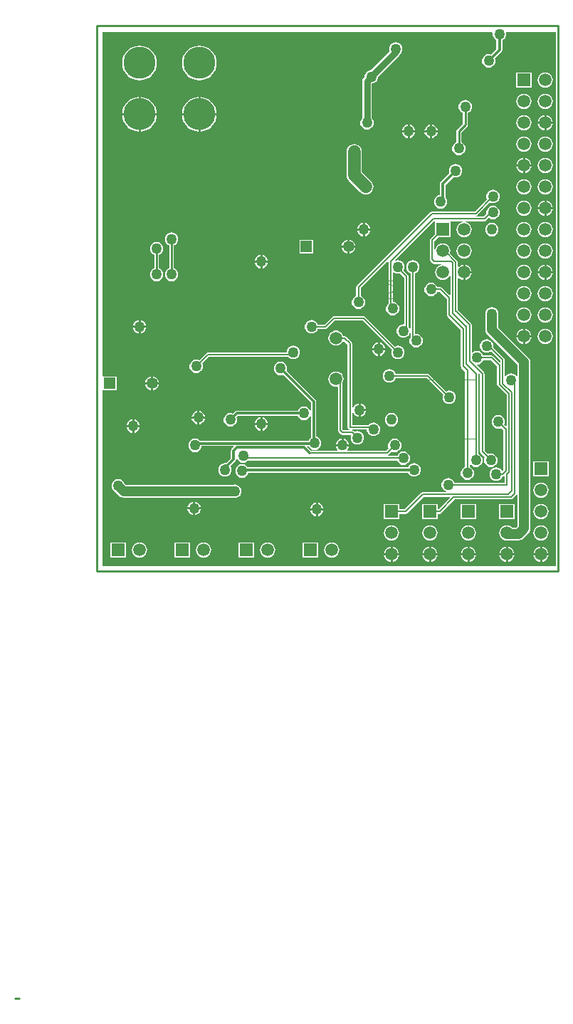
<source format=gbl>
%FSTAX23Y23*%
%MOIN*%
%SFA1B1*%

%IPPOS*%
%ADD26C,0.007870*%
%ADD27C,0.031500*%
%ADD28C,0.047240*%
%ADD29C,0.011810*%
%ADD31C,0.059060*%
%ADD32C,0.013780*%
%ADD34C,0.010000*%
%ADD37C,0.003940*%
%ADD38C,0.059060*%
%ADD39R,0.059060X0.059060*%
%ADD40C,0.150000*%
%ADD41C,0.053150*%
%ADD42R,0.053150X0.053150*%
%ADD43R,0.059060X0.059060*%
%ADD44C,0.059060*%
%ADD45C,0.050000*%
%LNrazbot_v02-1*%
%LPD*%
G36*
X02148Y00025D02*
X00025D01*
Y00847*
X00029*
X00094*
Y00912*
X00029*
X00028*
X00025Y00916*
Y02525*
X01851*
X01854Y02521*
X01853Y02515*
X01854Y02506*
X01858Y02499*
X01862Y02492*
X01869Y02488*
X01871Y02486*
Y02445*
X01845Y02419*
X01843Y0242*
X01835Y02421*
X01826Y0242*
X01819Y02417*
X01812Y02412*
X01808Y02405*
X01804Y02398*
X01803Y0239*
X01804Y02381*
X01808Y02374*
X01812Y02367*
X01819Y02363*
X01826Y02359*
X01835Y02358*
X01843Y02359*
X0185Y02363*
X01857Y02367*
X01862Y02374*
X01865Y02381*
X01866Y0239*
X01865Y02398*
X01864Y024*
X01894Y0243*
X01897Y02435*
X01898Y0244*
Y02486*
X019Y02488*
X01907Y02492*
X01912Y02499*
X01915Y02506*
X01916Y02515*
X01915Y02523*
X01916Y02525*
X02148*
Y00025*
G37*
%LNrazbot_v02-2*%
%LPC*%
G36*
X0138Y00741D02*
X01371Y0074D01*
X01364Y00737*
X01357Y00732*
X01353Y00725*
X01349Y00718*
X01348Y0071*
X01349Y00701*
X01353Y00694*
X01357Y00687*
X01364Y00683*
X01371Y00679*
X0138Y00678*
X01388Y00679*
X01395Y00683*
X01402Y00687*
X01407Y00694*
X0141Y00701*
X01411Y0071*
X0141Y00718*
X01407Y00725*
X01402Y00732*
X01395Y00737*
X01388Y0074*
X0138Y00741*
G37*
G36*
X00165Y0071D02*
X00161Y0071D01*
X00154Y00707*
X00147Y00702*
X00143Y00695*
X00139Y00688*
X00139Y00685*
X00165*
Y0071*
G37*
G36*
X0112Y01127D02*
X0111Y01126D01*
X01102Y01122*
X01094Y01117*
X01089Y01109*
X01085Y01101*
X01084Y01092*
X01085Y01082*
X01089Y01074*
X01094Y01066*
X01102Y01061*
X0111Y01057*
X0112Y01056*
X01129Y01057*
X01137Y01061*
X01145Y01066*
X0115Y01074*
X01152Y01078*
X01157Y01079*
X01174Y01062*
Y00675*
X01175Y00671*
X01177Y00667*
X01181Y00665*
X01184Y00665*
X01184Y0066*
X01154*
X0115Y00664*
Y0088*
X0115Y00882*
X01154Y0089*
X01155Y009*
X01154Y00909*
X0115Y00917*
X0115Y00919*
Y0092*
X01149Y00923*
X01147Y00927*
X01143Y00929*
X0114Y0093*
X01139Y00929*
X01137Y0093*
X01129Y00934*
X0112Y00935*
X0111Y00934*
X01102Y0093*
X01094Y00925*
X01089Y00917*
X01085Y00909*
X01084Y009*
X01085Y0089*
X01089Y00882*
X01094Y00874*
X01102Y00869*
X0111Y00865*
X0112Y00864*
X01126Y00865*
X01129Y00861*
Y0066*
X0113Y00656*
X01132Y00652*
X01142Y00642*
X01145Y00641*
X01146Y0064*
X0115Y00639*
X01188*
X01191Y00635*
X01189Y00633*
X01188Y00625*
X01189Y00616*
X01193Y00609*
X01197Y00602*
X01204Y00598*
X01211Y00594*
X0122Y00593*
X01228Y00594*
X01235Y00598*
X01242Y00602*
X01247Y00609*
X0125Y00616*
X01251Y00625*
X0125Y00633*
X01247Y0064*
X01242Y00647*
X01235Y00652*
X01228Y00655*
X0122Y00656*
X01211Y00655*
X01206Y00652*
X01202Y00657*
X01198Y00659*
X01195Y00659*
X01195Y00664*
X01263*
X01264Y00656*
X01268Y00649*
X01272Y00642*
X01279Y00638*
X01286Y00634*
X01295Y00633*
X01303Y00634*
X0131Y00638*
X01317Y00642*
X01322Y00649*
X01325Y00656*
X01326Y00665*
X01325Y00673*
X01322Y0068*
X01317Y00687*
X0131Y00692*
X01303Y00695*
X01295Y00696*
X01286Y00695*
X01279Y00692*
X01272Y00687*
X01271Y00685*
X01195*
Y00745*
X01199Y00746*
X01203Y00739*
X01207Y00732*
X01214Y00728*
X01221Y00724*
X01225Y00724*
Y00754*
Y00785*
X01221Y00785*
X01214Y00782*
X01207Y00777*
X01203Y0077*
X01199Y00763*
X01195Y00764*
Y01067*
X01194Y0107*
X01193Y01071*
X01192Y01074*
X01167Y01099*
X01163Y01101*
X0116Y01102*
X01154*
X0115Y01109*
X01145Y01117*
X01137Y01122*
X01129Y01126*
X0112Y01127*
G37*
G36*
X00765Y00685D02*
X00739D01*
X00739Y00681*
X00743Y00674*
X00747Y00667*
X00754Y00663*
X00761Y00659*
X00765Y00659*
Y00685*
G37*
G36*
X008D02*
X00775D01*
Y00659*
X00778Y00659*
X00785Y00663*
X00792Y00667*
X00797Y00674*
X008Y00681*
X008Y00685*
G37*
G36*
X00765Y0072D02*
X00761Y0072D01*
X00754Y00717*
X00747Y00712*
X00743Y00705*
X00739Y00698*
X00739Y00695*
X00765*
Y0072*
G37*
G36*
X00775D02*
Y00695D01*
X008*
X008Y00698*
X00797Y00705*
X00792Y00712*
X00785Y00717*
X00778Y0072*
X00775Y0072*
G37*
G36*
X00505Y00715D02*
X0048D01*
Y00689*
X00483Y00689*
X0049Y00693*
X00497Y00697*
X00502Y00704*
X00505Y00711*
X00505Y00715*
G37*
G36*
X00175Y0071D02*
Y00685D01*
X002*
X002Y00688*
X00197Y00695*
X00192Y00702*
X00185Y00707*
X00178Y0071*
X00175Y0071*
G37*
G36*
X0047Y00715D02*
X00444D01*
X00444Y00711*
X00448Y00704*
X00452Y00697*
X00459Y00693*
X00466Y00689*
X0047Y00689*
Y00715*
G37*
G36*
X0208Y00415D02*
X0207Y00414D01*
X02062Y0041*
X02054Y00405*
X02049Y00397*
X02045Y00389*
X02044Y0038*
X02045Y0037*
X02049Y00362*
X02054Y00354*
X02062Y00349*
X0207Y00345*
X0208Y00344*
X02089Y00345*
X02097Y00349*
X02105Y00354*
X0211Y00362*
X02114Y0037*
X02115Y0038*
X02114Y00389*
X0211Y00397*
X02105Y00405*
X02097Y0041*
X02089Y00414*
X0208Y00415*
G37*
G36*
X02115Y00515D02*
X02044D01*
Y00444*
X02115*
Y00515*
G37*
G36*
X001Y00431D02*
X00091Y0043D01*
X00084Y00427*
X00077Y00422*
X00073Y00415*
X00069Y00408*
X00068Y004*
X00069Y00391*
X00073Y00384*
X00077Y00377*
X00084Y00373*
X00085Y00372*
X00103Y00353*
X0011Y00349*
X00117Y00346*
X00125Y00345*
X00636*
X00636Y00344*
X00645Y00343*
X00653Y00344*
X0066Y00348*
X00667Y00352*
X00672Y00359*
X00675Y00366*
X00676Y00375*
X00675Y00383*
X00672Y0039*
X00667Y00397*
X0066Y00402*
X00653Y00405*
X00645Y00406*
X00636Y00405*
X00636Y00404*
X00137*
X00127Y00414*
X00127Y00415*
X00122Y00422*
X00115Y00427*
X00108Y0043*
X001Y00431*
G37*
G36*
X0045Y00325D02*
X00446Y00325D01*
X00439Y00322*
X00432Y00317*
X00428Y0031*
X00424Y00303*
X00424Y003*
X0045*
Y00325*
G37*
G36*
X0046D02*
Y003D01*
X00485*
X00485Y00303*
X00482Y0031*
X00477Y00317*
X0047Y00322*
X00463Y00325*
X0046Y00325*
G37*
G36*
X00165Y00675D02*
X00139D01*
X00139Y00671*
X00143Y00664*
X00147Y00657*
X00154Y00653*
X00161Y00649*
X00165Y00649*
Y00675*
G37*
G36*
X002D02*
X00175D01*
Y00649*
X00178Y00649*
X00185Y00653*
X00192Y00657*
X00197Y00664*
X002Y00671*
X002Y00675*
G37*
G36*
X01155Y0062D02*
Y00595D01*
X0118*
X0118Y00598*
X01177Y00605*
X01172Y00612*
X01165Y00617*
X01158Y0062*
X01155Y0062*
G37*
G36*
X01485Y00506D02*
X01476Y00505D01*
X01469Y00502*
X01462Y00497*
X01458Y0049*
X01456Y00487*
X00705*
X00702Y00492*
X00695Y00497*
X00688Y005*
X0068Y00501*
X00671Y005*
X00664Y00497*
X00657Y00492*
X00653Y00485*
X00649Y00478*
X00648Y0047*
X00649Y00461*
X00653Y00454*
X00657Y00447*
X00664Y00443*
X00671Y00439*
X0068Y00438*
X00688Y00439*
X00695Y00443*
X00702Y00447*
X00707Y00454*
X0071Y00461*
X0071Y00462*
X01456*
X01458Y00459*
X01462Y00452*
X01469Y00448*
X01476Y00444*
X01485Y00443*
X01493Y00444*
X015Y00448*
X01507Y00452*
X01512Y00459*
X01515Y00466*
X01516Y00475*
X01515Y00483*
X01512Y0049*
X01507Y00497*
X015Y00502*
X01493Y00505*
X01485Y00506*
G37*
G36*
X01145Y0062D02*
X01141Y0062D01*
X01134Y00617*
X01127Y00612*
X01123Y00605*
X01119Y00598*
X01119Y00595*
X01145*
Y0062*
G37*
G36*
X0126Y0075D02*
X01235D01*
Y00724*
X01238Y00724*
X01245Y00728*
X01252Y00732*
X01257Y00739*
X0126Y00746*
X0126Y0075*
G37*
G36*
X01325Y0107D02*
Y01045D01*
X0135*
X0135Y01048*
X01347Y01055*
X01342Y01062*
X01335Y01067*
X01328Y0107*
X01325Y0107*
G37*
G36*
X021Y01135D02*
X0209Y01134D01*
X02082Y0113*
X02074Y01125*
X02069Y01117*
X02065Y01109*
X02064Y011*
X02065Y0109*
X02069Y01082*
X02074Y01074*
X02082Y01069*
X0209Y01065*
X021Y01064*
X02109Y01065*
X02117Y01069*
X02125Y01074*
X0213Y01082*
X02134Y0109*
X02135Y011*
X02134Y01109*
X0213Y01117*
X02125Y01125*
X02117Y0113*
X02109Y01134*
X021Y01135*
G37*
G36*
X01315Y0107D02*
X01311Y0107D01*
X01304Y01067*
X01297Y01062*
X01293Y01055*
X01289Y01048*
X01289Y01045*
X01315*
Y0107*
G37*
G36*
Y01035D02*
X01289D01*
X01289Y01031*
X01293Y01024*
X01297Y01017*
X01304Y01013*
X01311Y01009*
X01315Y01009*
Y01035*
G37*
G36*
X0135D02*
X01325D01*
Y01009*
X01328Y01009*
X01335Y01013*
X01342Y01017*
X01347Y01024*
X0135Y01031*
X0135Y01035*
G37*
G36*
X02005Y01135D02*
Y01105D01*
X02035*
X02034Y01109*
X0203Y01117*
X02025Y01125*
X02017Y0113*
X02009Y01134*
X02005Y01135*
G37*
G36*
X00195Y0114D02*
X00169D01*
X00169Y01136*
X00173Y01129*
X00177Y01122*
X00184Y01118*
X00191Y01114*
X00195Y01114*
Y0114*
G37*
G36*
X01995Y01135D02*
X0199Y01134D01*
X01982Y0113*
X01974Y01125*
X01969Y01117*
X01965Y01109*
X01964Y01105*
X01995*
Y01135*
G37*
G36*
Y01095D02*
X01964D01*
X01965Y0109*
X01969Y01082*
X01974Y01074*
X01982Y01069*
X0199Y01065*
X01995Y01064*
Y01095*
G37*
G36*
X02035D02*
X02005D01*
Y01064*
X02009Y01065*
X02017Y01069*
X02025Y01074*
X0203Y01082*
X02034Y0109*
X02035Y01095*
G37*
G36*
X01235Y00785D02*
Y0076D01*
X0126*
X0126Y00763*
X01257Y0077*
X01252Y00777*
X01245Y00782*
X01238Y00785*
X01235Y00785*
G37*
G36*
X0137Y00946D02*
X01361Y00945D01*
X01354Y00942*
X01347Y00937*
X01343Y0093*
X01339Y00923*
X01338Y00915*
X01339Y00906*
X01343Y00899*
X01347Y00892*
X01354Y00888*
X01361Y00884*
X0137Y00883*
X01378Y00884*
X01385Y00888*
X01392Y00892*
X01397Y00899*
X01399Y00904*
X01545*
X01622Y00828*
X01619Y00823*
X01618Y00815*
X01619Y00806*
X01623Y00799*
X01627Y00792*
X01634Y00788*
X01641Y00784*
X0165Y00783*
X01658Y00784*
X01665Y00788*
X01672Y00792*
X01677Y00799*
X0168Y00806*
X01681Y00815*
X0168Y00823*
X01677Y0083*
X01672Y00837*
X01665Y00842*
X01658Y00845*
X0165Y00846*
X01641Y00845*
X01636Y00842*
X01557Y00922*
X01553Y00924*
X0155Y00925*
X01399*
X01397Y0093*
X01392Y00937*
X01385Y00942*
X01378Y00945*
X0137Y00946*
G37*
G36*
X0086Y00981D02*
X00851Y0098D01*
X00844Y00977*
X00837Y00972*
X00833Y00965*
X00829Y00958*
X00828Y0095*
X00829Y00941*
X00833Y00934*
X00837Y00927*
X00844Y00923*
X00851Y00919*
X0086Y00918*
X00868Y00919*
X00871Y00921*
X01002Y0079*
Y00754*
X00998Y00753*
X00997Y00755*
X00992Y00762*
X00985Y00767*
X00978Y0077*
X0097Y00771*
X00961Y0077*
X00954Y00767*
X00947Y00762*
X00943Y00755*
X00941Y00752*
X00655*
X0065Y00751*
X00646Y00748*
X00636Y00738*
X00633Y0074*
X00625Y00741*
X00616Y0074*
X00609Y00737*
X00602Y00732*
X00598Y00725*
X00594Y00718*
X00593Y0071*
X00594Y00701*
X00598Y00694*
X00602Y00687*
X00609Y00683*
X00616Y00679*
X00625Y00678*
X00633Y00679*
X0064Y00683*
X00647Y00687*
X00652Y00694*
X00655Y00701*
X00656Y0071*
X00655Y00718*
X00653Y00721*
X00659Y00727*
X00941*
X00943Y00724*
X00947Y00717*
X00954Y00713*
X00961Y00709*
X0097Y00708*
X00978Y00709*
X00985Y00713*
X00992Y00717*
X00997Y00724*
X00998Y00726*
X01002Y00725*
Y00625*
X00997Y00622*
X00993Y00615*
X00991Y00611*
X00482*
X00482Y00612*
X00475Y00617*
X00468Y0062*
X0046Y00621*
X00451Y0062*
X00444Y00617*
X00437Y00612*
X00433Y00605*
X00429Y00598*
X00428Y0059*
X00429Y00581*
X00433Y00574*
X00437Y00567*
X00444Y00563*
X00451Y00559*
X0046Y00558*
X00468Y00559*
X00475Y00563*
X00482Y00567*
X00487Y00574*
X0049Y00581*
X0049Y00587*
X00638*
X0064Y00582*
X00631Y00573*
X00628Y00569*
X00627Y00565*
Y00529*
X00605Y00507*
X006*
X00595Y00506*
X00594Y00505*
X00591Y00505*
X00584Y00502*
X00577Y00497*
X00573Y0049*
X00569Y00483*
X00568Y00475*
X00569Y00466*
X00573Y00459*
X00577Y00452*
X00584Y00448*
X00591Y00444*
X006Y00443*
X00608Y00444*
X00615Y00448*
X00622Y00452*
X00627Y00459*
X0063Y00466*
X00631Y00475*
X0063Y00483*
X00627Y0049*
X00625Y00493*
X00648Y00516*
X00651Y0052*
X00652Y00525*
Y00525*
X00656Y00526*
X00658Y00524*
X00662Y00517*
X00669Y00513*
X00676Y00509*
X00685Y00508*
X00693Y00509*
X007Y00513*
X00707Y00517*
X00708Y00519*
X01405*
X01408Y00514*
X01412Y00507*
X01419Y00503*
X01426Y00499*
X01435Y00498*
X01443Y00499*
X0145Y00503*
X01457Y00507*
X01462Y00514*
X01465Y00521*
X01466Y0053*
X01465Y00538*
X01462Y00545*
X01457Y00552*
X0145Y00557*
X01443Y0056*
X01435Y00561*
X01426Y0056*
X01419Y00557*
X01412Y00552*
X01408Y00545*
X01405Y0054*
X01364*
X01363Y00544*
X01365Y00546*
X01381Y00562*
X01386Y00559*
X01395Y00558*
X01403Y00559*
X0141Y00563*
X01417Y00567*
X01422Y00574*
X01425Y00581*
X01426Y0059*
X01425Y00598*
X01422Y00605*
X01417Y00612*
X0141Y00617*
X01403Y0062*
X01395Y00621*
X01386Y0062*
X01379Y00617*
X01372Y00612*
X01368Y00605*
X01364Y00598*
X01363Y0059*
X01364Y00581*
X01367Y00576*
X01354Y00563*
X01173*
X01172Y00567*
X01177Y00574*
X0118Y00581*
X0118Y00585*
X01119*
X01119Y00581*
X01123Y00574*
X01127Y00567*
X01126Y00563*
X01003*
X00984Y00582*
X00986Y00587*
X00991*
X00993Y00584*
X00997Y00577*
X01004Y00573*
X01011Y00569*
X0102Y00568*
X01028Y00569*
X01035Y00573*
X01042Y00577*
X01047Y00584*
X0105Y00591*
X01051Y006*
X0105Y00608*
X01047Y00615*
X01042Y00622*
X01035Y00627*
X01028Y0063*
X01027Y0063*
Y00795*
X01026Y00799*
X01023Y00803*
X00888Y00938*
X0089Y00941*
X00891Y0095*
X0089Y00958*
X00887Y00965*
X00882Y00972*
X00875Y00977*
X00868Y0098*
X0086Y00981*
G37*
G36*
X0047Y0075D02*
X00466Y0075D01*
X00459Y00747*
X00452Y00742*
X00448Y00735*
X00444Y00728*
X00444Y00725*
X0047*
Y0075*
G37*
G36*
X0048D02*
Y00725D01*
X00505*
X00505Y00728*
X00502Y00735*
X00497Y00742*
X0049Y00747*
X00483Y0075*
X0048Y0075*
G37*
G36*
X00263Y00912D02*
Y00885D01*
X0029*
X0029Y00888*
X00286Y00896*
X00281Y00903*
X00274Y00908*
X00266Y00911*
X00263Y00912*
G37*
G36*
X0092Y01056D02*
X00911Y01055D01*
X00904Y01052*
X00897Y01047*
X00893Y0104*
X00889Y01033*
X00888Y01025*
X0052*
X00516Y01024*
X00515Y01023*
X00512Y01022*
X00478Y00987*
X00473Y0099*
X00465Y00991*
X00456Y0099*
X00449Y00987*
X00442Y00982*
X00438Y00975*
X00434Y00968*
X00433Y0096*
X00434Y00951*
X00438Y00944*
X00442Y00937*
X00449Y00933*
X00456Y00929*
X00465Y00928*
X00473Y00929*
X0048Y00933*
X00487Y00937*
X00492Y00944*
X00495Y00951*
X00496Y0096*
X00495Y00968*
X00492Y00973*
X00524Y01004*
X00896*
X00897Y01002*
X00904Y00998*
X00911Y00994*
X0092Y00993*
X00928Y00994*
X00935Y00998*
X00942Y01002*
X00947Y01009*
X0095Y01016*
X00951Y01025*
X0095Y01033*
X00947Y0104*
X00942Y01047*
X00935Y01052*
X00928Y01055*
X0092Y01056*
G37*
G36*
X00253Y00912D02*
X00249Y00911D01*
X00242Y00908*
X00235Y00903*
X0023Y00896*
X00226Y00888*
X00226Y00885*
X00253*
Y00912*
G37*
G36*
Y00875D02*
X00226D01*
X00226Y00871*
X0023Y00863*
X00235Y00856*
X00242Y00851*
X00249Y00848*
X00253Y00847*
Y00875*
G37*
G36*
X0029D02*
X00263D01*
Y00847*
X00266Y00848*
X00274Y00851*
X00281Y00856*
X00286Y00863*
X0029Y00871*
X0029Y00875*
G37*
G36*
X011Y00135D02*
X0109Y00134D01*
X01082Y0013*
X01074Y00125*
X01069Y00117*
X01065Y00109*
X01064Y001*
X01065Y0009*
X01069Y00082*
X01074Y00074*
X01082Y00069*
X0109Y00065*
X011Y00064*
X01109Y00065*
X01117Y00069*
X01125Y00074*
X0113Y00082*
X01134Y0009*
X01135Y001*
X01134Y00109*
X0113Y00117*
X01125Y00125*
X01117Y0013*
X01109Y00134*
X011Y00135*
G37*
G36*
X00135Y00135D02*
X00064D01*
Y00064*
X00135*
Y00135*
G37*
G36*
X008Y00135D02*
X0079Y00134D01*
X00782Y0013*
X00774Y00125*
X00769Y00117*
X00765Y00109*
X00764Y001*
X00765Y0009*
X00769Y00082*
X00774Y00074*
X00782Y00069*
X0079Y00065*
X008Y00064*
X00809Y00065*
X00817Y00069*
X00825Y00074*
X0083Y00082*
X00834Y0009*
X00835Y001*
X00834Y00109*
X0083Y00117*
X00825Y00125*
X00817Y0013*
X00809Y00134*
X008Y00135*
G37*
G36*
X002D02*
X0019Y00134D01*
X00182Y0013*
X00174Y00125*
X00169Y00117*
X00165Y00109*
X00164Y001*
X00165Y0009*
X00169Y00082*
X00174Y00074*
X00182Y00069*
X0019Y00065*
X002Y00064*
X00209Y00065*
X00217Y00069*
X00225Y00074*
X0023Y00082*
X00234Y0009*
X00235Y001*
X00234Y00109*
X0023Y00117*
X00225Y00125*
X00217Y0013*
X00209Y00134*
X002Y00135*
G37*
G36*
X005D02*
X0049Y00134D01*
X00482Y0013*
X00474Y00125*
X00469Y00117*
X00465Y00109*
X00464Y001*
X00465Y0009*
X00469Y00082*
X00474Y00074*
X00482Y00069*
X0049Y00065*
X005Y00064*
X00509Y00065*
X00517Y00069*
X00525Y00074*
X0053Y00082*
X00534Y0009*
X00535Y001*
X00534Y00109*
X0053Y00117*
X00525Y00125*
X00517Y0013*
X00509Y00134*
X005Y00135*
G37*
G36*
X01375Y00115D02*
X0137Y00114D01*
X01362Y0011*
X01354Y00105*
X01349Y00097*
X01345Y00089*
X01344Y00085*
X01375*
Y00115*
G37*
G36*
X01385D02*
Y00085D01*
X01415*
X01414Y00089*
X0141Y00097*
X01405Y00105*
X01397Y0011*
X01389Y00114*
X01385Y00115*
G37*
G36*
X01035Y00135D02*
X00964D01*
Y00064*
X01035*
Y00135*
G37*
G36*
X00435D02*
X00364D01*
Y00064*
X00435*
Y00135*
G37*
G36*
X00735D02*
X00664D01*
Y00064*
X00735*
Y00135*
G37*
G36*
X01595Y00075D02*
X01565D01*
Y00044*
X01569Y00045*
X01577Y00049*
X01585Y00054*
X0159Y00062*
X01594Y0007*
X01595Y00075*
G37*
G36*
X01735D02*
X01704D01*
X01705Y0007*
X01709Y00062*
X01714Y00054*
X01722Y00049*
X0173Y00045*
X01735Y00044*
Y00075*
G37*
G36*
X01555D02*
X01524D01*
X01525Y0007*
X01529Y00062*
X01534Y00054*
X01542Y00049*
X0155Y00045*
X01555Y00044*
Y00075*
G37*
G36*
X01375D02*
X01344D01*
X01345Y0007*
X01349Y00062*
X01354Y00054*
X01362Y00049*
X0137Y00045*
X01375Y00044*
Y00075*
G37*
G36*
X01415D02*
X01385D01*
Y00044*
X01389Y00045*
X01397Y00049*
X01405Y00054*
X0141Y00062*
X01414Y0007*
X01415Y00075*
G37*
G36*
X02075D02*
X02044D01*
X02045Y0007*
X02049Y00062*
X02054Y00054*
X02062Y00049*
X0207Y00045*
X02075Y00044*
Y00075*
G37*
G36*
X02115D02*
X02085D01*
Y00044*
X02089Y00045*
X02097Y00049*
X02105Y00054*
X0211Y00062*
X02114Y0007*
X02115Y00075*
G37*
G36*
X01955D02*
X01925D01*
Y00044*
X01929Y00045*
X01937Y00049*
X01945Y00054*
X0195Y00062*
X01954Y0007*
X01955Y00075*
G37*
G36*
X01775D02*
X01745D01*
Y00044*
X01749Y00045*
X01757Y00049*
X01765Y00054*
X0177Y00062*
X01774Y0007*
X01775Y00075*
G37*
G36*
X01915D02*
X01884D01*
X01885Y0007*
X01889Y00062*
X01894Y00054*
X01902Y00049*
X0191Y00045*
X01915Y00044*
Y00075*
G37*
G36*
X01555Y00115D02*
X0155Y00114D01*
X01542Y0011*
X01534Y00105*
X01529Y00097*
X01525Y00089*
X01524Y00085*
X01555*
Y00115*
G37*
G36*
X01955Y00315D02*
X01884D01*
Y00244*
X01955*
Y00315*
G37*
G36*
X01025Y00285D02*
X00999D01*
X00999Y00281*
X01003Y00274*
X01007Y00267*
X01014Y00263*
X01021Y00259*
X01025Y00259*
Y00285*
G37*
G36*
X01775Y00315D02*
X01704D01*
Y00244*
X01775*
Y00315*
G37*
G36*
X0208Y00215D02*
X0207Y00214D01*
X02062Y0021*
X02054Y00205*
X02049Y00197*
X02045Y00189*
X02044Y0018*
X02045Y0017*
X02049Y00162*
X02054Y00154*
X02062Y00149*
X0207Y00145*
X0208Y00144*
X02089Y00145*
X02097Y00149*
X02105Y00154*
X0211Y00162*
X02114Y0017*
X02115Y0018*
X02114Y00189*
X0211Y00197*
X02105Y00205*
X02097Y0021*
X02089Y00214*
X0208Y00215*
G37*
G36*
Y00315D02*
X0207Y00314D01*
X02062Y0031*
X02054Y00305*
X02049Y00297*
X02045Y00289*
X02044Y0028*
X02045Y0027*
X02049Y00262*
X02054Y00254*
X02062Y00249*
X0207Y00245*
X0208Y00244*
X02089Y00245*
X02097Y00249*
X02105Y00254*
X0211Y00262*
X02114Y0027*
X02115Y0028*
X02114Y00289*
X0211Y00297*
X02105Y00305*
X02097Y0031*
X02089Y00314*
X0208Y00315*
G37*
G36*
X01025Y0032D02*
X01021Y0032D01*
X01014Y00317*
X01007Y00312*
X01003Y00305*
X00999Y00298*
X00999Y00295*
X01025*
Y0032*
G37*
G36*
X01035D02*
Y00295D01*
X0106*
X0106Y00298*
X01057Y00305*
X01052Y00312*
X01045Y00317*
X01038Y0032*
X01035Y0032*
G37*
G36*
X00485Y0029D02*
X0046D01*
Y00264*
X00463Y00264*
X0047Y00268*
X00477Y00272*
X00482Y00279*
X00485Y00286*
X00485Y0029*
G37*
G36*
X0106Y00285D02*
X01035D01*
Y00259*
X01038Y00259*
X01045Y00263*
X01052Y00267*
X01057Y00274*
X0106Y00281*
X0106Y00285*
G37*
G36*
X0045Y0029D02*
X00424D01*
X00424Y00286*
X00428Y00279*
X00432Y00272*
X00439Y00268*
X00446Y00264*
X0045Y00264*
Y0029*
G37*
G36*
X01915Y00115D02*
X0191Y00114D01*
X01902Y0011*
X01894Y00105*
X01889Y00097*
X01885Y00089*
X01884Y00085*
X01915*
Y00115*
G37*
G36*
X01925D02*
Y00085D01*
X01955*
X01954Y00089*
X0195Y00097*
X01945Y00105*
X01937Y0011*
X01929Y00114*
X01925Y00115*
G37*
G36*
X01745D02*
Y00085D01*
X01775*
X01774Y00089*
X0177Y00097*
X01765Y00105*
X01757Y0011*
X01749Y00114*
X01745Y00115*
G37*
G36*
X01565D02*
Y00085D01*
X01595*
X01594Y00089*
X0159Y00097*
X01585Y00105*
X01577Y0011*
X01569Y00114*
X01565Y00115*
G37*
G36*
X01735D02*
X0173Y00114D01*
X01722Y0011*
X01714Y00105*
X01709Y00097*
X01705Y00089*
X01704Y00085*
X01735*
Y00115*
G37*
G36*
X0156Y00215D02*
X0155Y00214D01*
X01542Y0021*
X01534Y00205*
X01529Y00197*
X01525Y00189*
X01524Y0018*
X01525Y0017*
X01529Y00162*
X01534Y00154*
X01542Y00149*
X0155Y00145*
X0156Y00144*
X01569Y00145*
X01577Y00149*
X01585Y00154*
X0159Y00162*
X01594Y0017*
X01595Y0018*
X01594Y00189*
X0159Y00197*
X01585Y00205*
X01577Y0021*
X01569Y00214*
X0156Y00215*
G37*
G36*
X0174D02*
X0173Y00214D01*
X01722Y0021*
X01714Y00205*
X01709Y00197*
X01705Y00189*
X01704Y0018*
X01705Y0017*
X01709Y00162*
X01714Y00154*
X01722Y00149*
X0173Y00145*
X0174Y00144*
X01749Y00145*
X01757Y00149*
X01765Y00154*
X0177Y00162*
X01774Y0017*
X01775Y0018*
X01774Y00189*
X0177Y00197*
X01765Y00205*
X01757Y0021*
X01749Y00214*
X0174Y00215*
G37*
G36*
X0138D02*
X0137Y00214D01*
X01362Y0021*
X01354Y00205*
X01349Y00197*
X01345Y00189*
X01344Y0018*
X01345Y0017*
X01349Y00162*
X01354Y00154*
X01362Y00149*
X0137Y00145*
X0138Y00144*
X01389Y00145*
X01397Y00149*
X01405Y00154*
X0141Y00162*
X01414Y0017*
X01415Y0018*
X01414Y00189*
X0141Y00197*
X01405Y00205*
X01397Y0021*
X01389Y00214*
X0138Y00215*
G37*
G36*
X02075Y00115D02*
X0207Y00114D01*
X02062Y0011*
X02054Y00105*
X02049Y00097*
X02045Y00089*
X02044Y00085*
X02075*
Y00115*
G37*
G36*
X02085D02*
Y00085D01*
X02115*
X02114Y00089*
X0211Y00097*
X02105Y00105*
X02097Y0011*
X02089Y00114*
X02085Y00115*
G37*
G36*
X01455Y02055D02*
X01429D01*
X01429Y02051*
X01433Y02044*
X01437Y02037*
X01444Y02033*
X01451Y02029*
X01455Y02029*
Y02055*
G37*
G36*
X0149D02*
X01465D01*
Y02029*
X01468Y02029*
X01475Y02033*
X01482Y02037*
X01487Y02044*
X0149Y02051*
X0149Y02055*
G37*
G36*
X021Y02035D02*
X0209Y02034D01*
X02082Y0203*
X02074Y02025*
X02069Y02017*
X02065Y02009*
X02064Y02*
X02065Y0199*
X02069Y01982*
X02074Y01974*
X02082Y01969*
X0209Y01965*
X021Y01964*
X02109Y01965*
X02117Y01969*
X02125Y01974*
X0213Y01982*
X02134Y0199*
X02135Y02*
X02134Y02009*
X0213Y02017*
X02125Y02025*
X02117Y0203*
X02109Y02034*
X021Y02035*
G37*
G36*
X01725Y02206D02*
X01716Y02205D01*
X01709Y02202*
X01702Y02197*
X01698Y0219*
X01694Y02183*
X01693Y02175*
X01694Y02166*
X01698Y02159*
X01702Y02152*
X01709Y02148*
X01713Y02146*
Y02094*
X01687Y02067*
X01684Y02064*
X01683Y0206*
Y02008*
X01679Y02007*
X01672Y02002*
X01668Y01995*
X01664Y01988*
X01663Y0198*
X01664Y01971*
X01668Y01964*
X01672Y01957*
X01679Y01953*
X01686Y01949*
X01695Y01948*
X01703Y01949*
X0171Y01953*
X01717Y01957*
X01722Y01964*
X01725Y01971*
X01726Y0198*
X01725Y01988*
X01722Y01995*
X01717Y02002*
X0171Y02007*
X01706Y02008*
Y02055*
X01732Y02082*
X01735Y02085*
X01736Y0209*
Y02146*
X0174Y02148*
X01747Y02152*
X01752Y02159*
X01755Y02166*
X01756Y02175*
X01755Y02183*
X01752Y0219*
X01747Y02197*
X0174Y02202*
X01733Y02205*
X01725Y02206*
G37*
G36*
X02Y02035D02*
X0199Y02034D01*
X01982Y0203*
X01974Y02025*
X01969Y02017*
X01965Y02009*
X01964Y02*
X01965Y0199*
X01969Y01982*
X01974Y01974*
X01982Y01969*
X0199Y01965*
X02Y01964*
X02009Y01965*
X02017Y01969*
X02025Y01974*
X0203Y01982*
X02034Y0199*
X02035Y02*
X02034Y02009*
X0203Y02017*
X02025Y02025*
X02017Y0203*
X02009Y02034*
X02Y02035*
G37*
G36*
X0028Y02135D02*
X00205D01*
Y02059*
X00215Y0206*
X00231Y02064*
X00245Y02072*
X00257Y02082*
X00267Y02094*
X00275Y02108*
X00279Y02124*
X0028Y02135*
G37*
G36*
X00475D02*
X00399D01*
X004Y02124*
X00404Y02108*
X00412Y02094*
X00422Y02082*
X00434Y02072*
X00448Y02064*
X00464Y0206*
X00475Y02059*
Y02135*
G37*
G36*
X00195D02*
X00119D01*
X0012Y02124*
X00124Y02108*
X00132Y02094*
X00142Y02082*
X00154Y02072*
X00168Y02064*
X00184Y0206*
X00195Y02059*
Y02135*
G37*
G36*
X0156Y02055D02*
X01534D01*
X01534Y02051*
X01538Y02044*
X01542Y02037*
X01549Y02033*
X01556Y02029*
X0156Y02029*
Y02055*
G37*
G36*
X01595D02*
X0157D01*
Y02029*
X01573Y02029*
X0158Y02033*
X01587Y02037*
X01592Y02044*
X01595Y02051*
X01595Y02055*
G37*
G36*
X021Y01835D02*
X0209Y01834D01*
X02082Y0183*
X02074Y01825*
X02069Y01817*
X02065Y01809*
X02064Y018*
X02065Y0179*
X02069Y01782*
X02074Y01774*
X02082Y01769*
X0209Y01765*
X021Y01764*
X02109Y01765*
X02117Y01769*
X02125Y01774*
X0213Y01782*
X02134Y0179*
X02135Y018*
X02134Y01809*
X0213Y01817*
X02125Y01825*
X02117Y0183*
X02109Y01834*
X021Y01835*
G37*
G36*
X0168Y01906D02*
X01671Y01905D01*
X01664Y01902*
X01657Y01897*
X01653Y0189*
X01649Y01883*
X01648Y01875*
X01649Y01866*
X0165Y01864*
X0161Y01824*
X01607Y01819*
X01607Y01819*
X01606Y01815*
Y0176*
X01601Y0176*
X01594Y01757*
X01587Y01752*
X01583Y01745*
X01579Y01738*
X01578Y0173*
X01579Y01721*
X01583Y01714*
X01587Y01707*
X01594Y01703*
X01601Y01699*
X0161Y01698*
X01618Y01699*
X01625Y01703*
X01632Y01707*
X01637Y01714*
X0164Y01721*
X01641Y0173*
X0164Y01738*
X01637Y01745*
X01633Y0175*
Y01809*
X01669Y01845*
X01671Y01844*
X0168Y01843*
X01688Y01844*
X01695Y01848*
X01702Y01852*
X01707Y01859*
X0171Y01866*
X01711Y01875*
X0171Y01883*
X01707Y0189*
X01702Y01897*
X01695Y01902*
X01688Y01905*
X0168Y01906*
G37*
G36*
X02Y01835D02*
X0199Y01834D01*
X01982Y0183*
X01974Y01825*
X01969Y01817*
X01965Y01809*
X01964Y018*
X01965Y0179*
X01969Y01782*
X01974Y01774*
X01982Y01769*
X0199Y01765*
X02Y01764*
X02009Y01765*
X02017Y01769*
X02025Y01774*
X0203Y01782*
X02034Y0179*
X02035Y018*
X02034Y01809*
X0203Y01817*
X02025Y01825*
X02017Y0183*
X02009Y01834*
X02Y01835*
G37*
G36*
X01855Y01786D02*
X01846Y01785D01*
X01839Y01782*
X01832Y01777*
X01828Y0177*
X01824Y01763*
X01823Y01755*
X01824Y01746*
X01827Y01741*
X0177Y01685*
X0157*
X01566Y01684*
X01562Y01682*
X01217Y01337*
X01215Y01333*
X01214Y0133*
Y01289*
X01209Y01287*
X01202Y01282*
X01198Y01275*
X01194Y01268*
X01193Y0126*
X01194Y01251*
X01198Y01244*
X01202Y01237*
X01209Y01233*
X01216Y01229*
X01225Y01228*
X01233Y01229*
X0124Y01233*
X01247Y01237*
X01252Y01244*
X01255Y01251*
X01256Y0126*
X01255Y01268*
X01252Y01275*
X01247Y01282*
X0124Y01287*
X01235Y01289*
Y01325*
X0136Y01451*
X01361Y0145*
X01365Y01449*
Y01253*
X01362Y01252*
X01358Y01245*
X01354Y01238*
X01353Y0123*
X01354Y01221*
X01358Y01214*
X01362Y01207*
X01369Y01203*
X01376Y01199*
X01385Y01198*
X01393Y01199*
X014Y01203*
X01407Y01207*
X01412Y01214*
X01415Y01221*
X01416Y0123*
X01415Y01238*
X01412Y01245*
X01407Y01252*
X014Y01257*
X01393Y0126*
X01385Y01261*
Y01399*
X01389Y01401*
X01394Y01398*
X01401Y01394*
X0141Y01393*
X01418Y01394*
X0142Y01395*
X01439Y01375*
Y01159*
X01436Y01156*
X01435Y01156*
X01426Y01155*
X01419Y01152*
X01412Y01147*
X01408Y0114*
X01404Y01133*
X01403Y01125*
X01404Y01116*
X01408Y01109*
X01412Y01102*
X01419Y01098*
X01426Y01094*
X01435Y01093*
X01443Y01094*
X0145Y01098*
X01457Y01102*
X01462Y01109*
X01465Y01116*
X01469Y01115*
Y01098*
X01468Y01095*
X01464Y01088*
X01463Y0108*
X01464Y01071*
X01468Y01064*
X01472Y01058*
X01472Y01057*
X01473Y01057*
X01479Y01053*
X01486Y01049*
X01495Y01048*
X01503Y01049*
X0151Y01053*
X01517Y01057*
X01522Y01064*
X01525Y01071*
X01526Y0108*
X01525Y01088*
X01522Y01095*
X01517Y01102*
X0151Y01107*
X01503Y0111*
X01495Y01111*
X01493Y01111*
X0149Y01114*
Y01395*
X01495Y01398*
X01502Y01402*
X01507Y01409*
X0151Y01416*
X01511Y01425*
X0151Y01433*
X01507Y0144*
X01502Y01447*
X01495Y01452*
X01488Y01455*
X0148Y01456*
X01471Y01455*
X01464Y01452*
X01457Y01447*
X01453Y0144*
X01449Y01433*
X01448Y01425*
X01449Y01416*
X01453Y01409*
X01457Y01402*
X01464Y01398*
X01469Y01395*
Y01134*
X01465Y01133*
X01462Y0114*
X0146Y01143*
Y0138*
X01459Y01383*
X01458Y01384*
X01457Y01387*
X01436Y01408*
X01437Y01409*
X0144Y01416*
X01441Y01425*
X0144Y01433*
X01437Y0144*
X01432Y01447*
X01425Y01452*
X01418Y01455*
X0141Y01456*
X01401Y01455*
X014Y01454*
X01397Y01458*
X01579Y01639*
X01584*
Y01635*
Y01578*
X01562Y01557*
X0156Y01553*
X01559Y0155*
Y0146*
X0156Y01456*
X01562Y01452*
X01572Y01442*
X01575Y01441*
X01576Y0144*
X0158Y01439*
X01613*
X01614Y01434*
X0161Y01434*
X01602Y0143*
X01594Y01425*
X01589Y01417*
X01585Y01409*
X01584Y014*
X01585Y0139*
X01589Y01382*
X01594Y01374*
X01602Y01369*
X0161Y01365*
X0162Y01364*
X01629Y01365*
X01637Y01369*
X01645Y01374*
X0165Y01382*
X01651Y01382*
X01656Y01381*
Y01294*
X01651Y01292*
X01617Y01327*
X01613Y01329*
X0161Y0133*
X01594*
X01592Y01335*
X01587Y01342*
X0158Y01347*
X01573Y0135*
X01565Y01351*
X01556Y0135*
X01549Y01347*
X01542Y01342*
X01538Y01335*
X01534Y01328*
X01533Y0132*
X01534Y01311*
X01538Y01304*
X01542Y01297*
X01549Y01293*
X01556Y01289*
X01565Y01288*
X01573Y01289*
X0158Y01293*
X01587Y01297*
X01592Y01304*
X01594Y01309*
X01605*
X01639Y01275*
Y012*
X0164Y01196*
X01642Y01192*
X01704Y0113*
Y0096*
X01705Y00956*
X01707Y00952*
X01724Y00935*
Y00489*
X01719Y00487*
X01712Y00482*
X01708Y00475*
X01704Y00468*
X01703Y0046*
X01704Y00451*
X01708Y00444*
X01712Y00437*
X01719Y00433*
X01726Y00429*
X01735Y00428*
X01743Y00429*
X0175Y00433*
X01757Y00437*
X01762Y00444*
X01765Y00451*
X01766Y0046*
X01765Y00468*
X01762Y00475*
X01757Y00482*
X0175Y00487*
X01745Y00489*
Y005*
X01749Y00502*
X01752Y00497*
X01759Y00493*
X01766Y00489*
X01775Y00488*
X01783Y00489*
X0179Y00493*
X01797Y00497*
X01802Y00504*
X01805Y00511*
X01806Y0052*
X01805Y00528*
X01802Y00535*
X01797Y00542*
X0179Y00547*
X01785Y00549*
Y00924*
X01785Y00925*
X0179Y00926*
X01794Y00921*
Y00775*
Y0056*
X01795Y00556*
X01797Y00552*
X01817Y00533*
X01814Y00528*
X01813Y0052*
X01814Y00511*
X01818Y00504*
X01822Y00497*
X01829Y00493*
X01836Y00489*
X01845Y00488*
X01853Y00489*
X0186Y00493*
X01867Y00497*
X01872Y00504*
X01875Y00511*
X01876Y0052*
X01875Y00528*
X01872Y00535*
X01867Y00542*
X0186Y00547*
X01853Y0055*
X01845Y00551*
X01836Y0055*
X01831Y00547*
X01815Y00564*
Y00775*
Y00925*
X01814Y00929*
X01812Y00932*
X01778Y00966*
X0178Y00968*
X01788Y00969*
X01795Y00973*
X01802Y00977*
X01807Y00984*
X01809Y00989*
X01845*
X01874Y0096*
Y00875*
X01875Y00871*
X01877Y00867*
X01918Y00827*
Y00681*
X01914Y0068*
X01907Y00686*
X0191Y00691*
X01911Y007*
X0191Y00708*
X01907Y00715*
X01902Y00722*
X01895Y00727*
X01888Y0073*
X0188Y00731*
X01871Y0073*
X01864Y00727*
X01857Y00722*
X01853Y00715*
X01849Y00708*
X01848Y007*
X01849Y00691*
X01853Y00684*
X01857Y00677*
X01864Y00673*
X01871Y00669*
X0188Y00668*
X01888Y00669*
X01893Y00672*
X01904Y0066*
Y00474*
X01901Y0047*
X01896Y00471*
X01892Y00477*
X01885Y00482*
X01878Y00485*
X0187Y00486*
X01861Y00485*
X01854Y00482*
X01847Y00477*
X01843Y0047*
X01839Y00463*
X01838Y00455*
X01839Y00446*
X01843Y00439*
X01847Y00432*
X01854Y00428*
X01861Y00424*
X0187Y00423*
X01878Y00424*
X01885Y00428*
X01892Y00432*
X01897Y00439*
X01899Y00444*
X019*
X01903Y00445*
X01905Y00446*
X01909Y00444*
Y00415*
X01674*
X01672Y0042*
X01667Y00427*
X0166Y00432*
X01653Y00435*
X01645Y00436*
X01636Y00435*
X01629Y00432*
X01622Y00427*
X01618Y0042*
X01614Y00413*
X01613Y00405*
X01614Y00396*
X01618Y00389*
X01622Y00382*
X01629Y00378*
X01636Y00374*
X01635Y0037*
X01525*
X01521Y00369*
X01517Y00367*
X0144Y0029*
X01415*
Y00315*
X01344*
Y00244*
X01415*
Y00269*
X01445*
X01448Y0027*
X01452Y00272*
X01529Y00349*
X01654*
X01656Y00345*
X016Y0029*
X01595*
Y00315*
X01524*
Y00244*
X01595*
Y00269*
X01605*
X01608Y0027*
X01612Y00272*
X01675Y00336*
X01938*
X01941Y00336*
X01945Y00339*
X01963Y00357*
X01964Y00359*
X01965Y0036*
X0197Y00358*
Y00212*
X01962Y00204*
X01945*
X01945Y00205*
X01937Y0021*
X01929Y00214*
X0192Y00215*
X0191Y00214*
X01902Y0021*
X01894Y00205*
X01889Y00197*
X01885Y00189*
X01884Y0018*
X01885Y0017*
X01889Y00162*
X01894Y00154*
X01902Y00149*
X0191Y00145*
X0192Y00144*
X01927Y00145*
X01975*
X01982Y00146*
X01989Y00149*
X01996Y00153*
X02021Y00178*
X02025Y00185*
X02028Y00192*
X02029Y002*
Y00626*
X0203Y00626*
X02031Y00635*
X0203Y00643*
X02029Y00643*
Y0098*
X02028Y00987*
X02025Y00994*
X02021Y01001*
X01879Y01142*
Y01196*
X0188Y01196*
X01881Y01205*
X0188Y01213*
X01877Y0122*
X01872Y01227*
X01865Y01232*
X01858Y01235*
X0185Y01236*
X01841Y01235*
X01834Y01232*
X01827Y01227*
X01823Y0122*
X01819Y01213*
X01818Y01205*
X01819Y01196*
X0182Y01196*
Y0113*
X01821Y01122*
X01824Y01115*
X01828Y01108*
X0197Y00967*
Y00914*
X01965Y00912*
X01962Y00917*
X01955Y00922*
X01948Y00925*
X0194Y00926*
X01931Y00925*
X01924Y00922*
X01917Y00917*
X01915Y00913*
X0191Y00915*
Y0099*
X0191Y00993*
X01907Y00997*
X01855Y01049*
X01856Y01055*
X01855Y01063*
X01852Y0107*
X01847Y01077*
X0184Y01082*
X01833Y01085*
X01825Y01086*
X01816Y01085*
X01809Y01082*
X01802Y01077*
X01798Y0107*
X01794Y01063*
X01793Y01055*
X01794Y01046*
X01798Y01039*
X01802Y01032*
X01809Y01028*
X01816Y01024*
X01825Y01023*
X01833Y01024*
X0184Y01028*
X01845Y01031*
X0189Y00985*
Y0098*
X01886Y00978*
X01857Y01007*
X01853Y01009*
X0185Y0101*
X01809*
X01807Y01015*
X01802Y01022*
X01795Y01027*
X01788Y0103*
X0178Y01031*
X01771Y0103*
X01764Y01027*
X01759Y01023*
X01755Y01025*
Y01149*
X01755Y0115*
Y01154*
X01754Y01158*
X01752Y01161*
X0169Y01223*
Y01372*
X01695Y01374*
X01702Y01369*
X0171Y01365*
X01715Y01364*
Y01399*
Y01435*
X0171Y01434*
X01702Y0143*
X01695Y01425*
X0169Y01427*
Y01448*
X01689Y01452*
X01687Y01455*
X01654Y01489*
X01654Y0149*
X01655Y015*
X01654Y01509*
X0165Y01517*
X01645Y01525*
X01637Y0153*
X01629Y01534*
X0162Y01535*
X0161Y01534*
X01602Y0153*
X01594Y01525*
X01589Y01517*
X01585Y01509*
X01585Y01505*
X0158Y01506*
Y01545*
X01598Y01564*
X01655*
Y01635*
Y01636*
X01658Y01639*
X01713*
X01714Y01634*
X0171Y01634*
X01702Y0163*
X01694Y01625*
X01689Y01617*
X01685Y01609*
X01684Y016*
X01685Y0159*
X01689Y01582*
X01694Y01574*
X01702Y01569*
X0171Y01565*
X0172Y01564*
X01729Y01565*
X01737Y01569*
X01745Y01574*
X0175Y01582*
X01754Y0159*
X01755Y016*
X01754Y01609*
X0175Y01617*
X01745Y01625*
X01737Y0163*
X01729Y01634*
X01725Y01634*
X01726Y01639*
X01815*
X01818Y0164*
X01822Y01642*
X01835Y01656*
X01839Y01653*
X01846Y01649*
X01855Y01648*
X01863Y01649*
X0187Y01653*
X01877Y01657*
X01882Y01664*
X01885Y01671*
X01886Y0168*
X01885Y01688*
X01882Y01695*
X01877Y01702*
X0187Y01707*
X01863Y0171*
X01855Y01711*
X01846Y0171*
X01839Y01707*
X01832Y01702*
X01828Y01695*
X01824Y01688*
X01823Y0168*
X01824Y01673*
X0181Y0166*
X01775*
X01775Y01665*
X01778Y01665*
X01782Y01667*
X01841Y01727*
X01846Y01724*
X01855Y01723*
X01863Y01724*
X0187Y01728*
X01877Y01732*
X01882Y01739*
X01885Y01746*
X01886Y01755*
X01885Y01763*
X01882Y0177*
X01877Y01777*
X0187Y01782*
X01863Y01785*
X01855Y01786*
G37*
G36*
X01205Y02D02*
X01195Y01999D01*
X01187Y01995*
X01179Y0199*
X01174Y01982*
X0117Y01974*
X01169Y01965*
Y01855*
X0117Y01845*
X01172Y0184*
X01174Y01837*
X01179Y01829*
X01234Y01774*
X01242Y01769*
X0125Y01765*
X0126Y01764*
X01269Y01765*
X01277Y01769*
X01285Y01774*
X0129Y01782*
X01294Y0179*
X01295Y018*
X01294Y01809*
X0129Y01817*
X01285Y01825*
X0124Y01869*
Y01965*
X01239Y01974*
X01235Y01982*
X0123Y0199*
X01222Y01995*
X01214Y01999*
X01205Y02*
G37*
G36*
X01995Y01935D02*
X0199Y01934D01*
X01982Y0193*
X01974Y01925*
X01969Y01917*
X01965Y01909*
X01964Y01905*
X01995*
Y01935*
G37*
G36*
X02005D02*
Y01905D01*
X02035*
X02034Y01909*
X0203Y01917*
X02025Y01925*
X02017Y0193*
X02009Y01934*
X02005Y01935*
G37*
G36*
X02035Y01895D02*
X02005D01*
Y01864*
X02009Y01865*
X02017Y01869*
X02025Y01874*
X0203Y01882*
X02034Y0189*
X02035Y01895*
G37*
G36*
X021Y01935D02*
X0209Y01934D01*
X02082Y0193*
X02074Y01925*
X02069Y01917*
X02065Y01909*
X02064Y019*
X02065Y0189*
X02069Y01882*
X02074Y01874*
X02082Y01869*
X0209Y01865*
X021Y01864*
X02109Y01865*
X02117Y01869*
X02125Y01874*
X0213Y01882*
X02134Y0189*
X02135Y019*
X02134Y01909*
X0213Y01917*
X02125Y01925*
X02117Y0193*
X02109Y01934*
X021Y01935*
G37*
G36*
X01995Y01895D02*
X01964D01*
X01965Y0189*
X01969Y01882*
X01974Y01874*
X01982Y01869*
X0199Y01865*
X01995Y01864*
Y01895*
G37*
G36*
X0056Y02135D02*
X00485D01*
Y02059*
X00495Y0206*
X00511Y02064*
X00525Y02072*
X00537Y02082*
X00547Y02094*
X00555Y02108*
X00559Y02124*
X0056Y02135*
G37*
G36*
X00485Y0222D02*
Y02145D01*
X0056*
X00559Y02155*
X00555Y02171*
X00547Y02185*
X00537Y02197*
X00525Y02207*
X00511Y02215*
X00495Y02219*
X00485Y0222*
G37*
G36*
X02Y02235D02*
X0199Y02234D01*
X01982Y0223*
X01974Y02225*
X01969Y02217*
X01965Y02209*
X01964Y022*
X01965Y0219*
X01969Y02182*
X01974Y02174*
X01982Y02169*
X0199Y02165*
X02Y02164*
X02009Y02165*
X02017Y02169*
X02025Y02174*
X0203Y02182*
X02034Y0219*
X02035Y022*
X02034Y02209*
X0203Y02217*
X02025Y02225*
X02017Y0223*
X02009Y02234*
X02Y02235*
G37*
G36*
X00475Y0222D02*
X00464Y02219D01*
X00448Y02215*
X00434Y02207*
X00422Y02197*
X00412Y02185*
X00404Y02171*
X004Y02155*
X00399Y02145*
X00475*
Y0222*
G37*
G36*
X00195D02*
X00184Y02219D01*
X00168Y02215*
X00154Y02207*
X00142Y02197*
X00132Y02185*
X00124Y02171*
X0012Y02155*
X00119Y02145*
X00195*
Y0222*
G37*
G36*
X00205D02*
Y02145D01*
X0028*
X00279Y02155*
X00275Y02171*
X00267Y02185*
X00257Y02197*
X00245Y02207*
X00231Y02215*
X00215Y02219*
X00205Y0222*
G37*
G36*
X002Y02461D02*
X00184Y02459D01*
X00168Y02455*
X00154Y02447*
X00142Y02437*
X00132Y02425*
X00124Y02411*
X0012Y02395*
X00118Y0238*
X0012Y02364*
X00124Y02348*
X00132Y02334*
X00142Y02322*
X00154Y02312*
X00168Y02304*
X00184Y023*
X002Y02298*
X00215Y023*
X00231Y02304*
X00245Y02312*
X00257Y02322*
X00267Y02334*
X00275Y02348*
X00279Y02364*
X00281Y0238*
X00279Y02395*
X00275Y02411*
X00267Y02425*
X00257Y02437*
X00245Y02447*
X00231Y02455*
X00215Y02459*
X002Y02461*
G37*
G36*
X0048D02*
X00464Y02459D01*
X00448Y02455*
X00434Y02447*
X00422Y02437*
X00412Y02425*
X00404Y02411*
X004Y02395*
X00398Y0238*
X004Y02364*
X00404Y02348*
X00412Y02334*
X00422Y02322*
X00434Y02312*
X00448Y02304*
X00464Y023*
X0048Y02298*
X00495Y023*
X00511Y02304*
X00525Y02312*
X00537Y02322*
X00547Y02334*
X00555Y02348*
X00559Y02364*
X00561Y0238*
X00559Y02395*
X00555Y02411*
X00547Y02425*
X00537Y02437*
X00525Y02447*
X00511Y02455*
X00495Y02459*
X0048Y02461*
G37*
G36*
X02035Y02335D02*
X01964D01*
Y02264*
X02035*
Y02335*
G37*
G36*
X021Y02235D02*
X0209Y02234D01*
X02082Y0223*
X02074Y02225*
X02069Y02217*
X02065Y02209*
X02064Y022*
X02065Y0219*
X02069Y02182*
X02074Y02174*
X02082Y02169*
X0209Y02165*
X021Y02164*
X02109Y02165*
X02117Y02169*
X02125Y02174*
X0213Y02182*
X02134Y0219*
X02135Y022*
X02134Y02209*
X0213Y02217*
X02125Y02225*
X02117Y0223*
X02109Y02234*
X021Y02235*
G37*
G36*
Y02335D02*
X0209Y02334D01*
X02082Y0233*
X02074Y02325*
X02069Y02317*
X02065Y02309*
X02064Y023*
X02065Y0229*
X02069Y02282*
X02074Y02274*
X02082Y02269*
X0209Y02265*
X021Y02264*
X02109Y02265*
X02117Y02269*
X02125Y02274*
X0213Y02282*
X02134Y0229*
X02135Y023*
X02134Y02309*
X0213Y02317*
X02125Y02325*
X02117Y0233*
X02109Y02334*
X021Y02335*
G37*
G36*
X01455Y0209D02*
X01451Y0209D01*
X01444Y02087*
X01437Y02082*
X01433Y02075*
X01429Y02068*
X01429Y02065*
X01455*
Y0209*
G37*
G36*
X01465D02*
Y02065D01*
X0149*
X0149Y02068*
X01487Y02075*
X01482Y02082*
X01475Y02087*
X01468Y0209*
X01465Y0209*
G37*
G36*
X02135Y02095D02*
X02105D01*
Y02064*
X02109Y02065*
X02117Y02069*
X02125Y02074*
X0213Y02082*
X02134Y0209*
X02135Y02095*
G37*
G36*
X02Y02135D02*
X0199Y02134D01*
X01982Y0213*
X01974Y02125*
X01969Y02117*
X01965Y02109*
X01964Y021*
X01965Y0209*
X01969Y02082*
X01974Y02074*
X01982Y02069*
X0199Y02065*
X02Y02064*
X02009Y02065*
X02017Y02069*
X02025Y02074*
X0203Y02082*
X02034Y0209*
X02035Y021*
X02034Y02109*
X0203Y02117*
X02025Y02125*
X02017Y0213*
X02009Y02134*
X02Y02135*
G37*
G36*
X02095Y02095D02*
X02064D01*
X02065Y0209*
X02069Y02082*
X02074Y02074*
X02082Y02069*
X0209Y02065*
X02095Y02064*
Y02095*
G37*
G36*
Y02135D02*
X0209Y02134D01*
X02082Y0213*
X02074Y02125*
X02069Y02117*
X02065Y02109*
X02064Y02105*
X02095*
Y02135*
G37*
G36*
X02105D02*
Y02105D01*
X02135*
X02134Y02109*
X0213Y02117*
X02125Y02125*
X02117Y0213*
X02109Y02134*
X02105Y02135*
G37*
G36*
X014Y02476D02*
X01391Y02475D01*
X01384Y02472*
X01377Y02467*
X01373Y0246*
X01369Y02453*
X01368Y02445*
X01369Y02436*
X01371Y02433*
X01283Y02346*
X01276Y02345*
X01269Y02342*
X01262Y02337*
X01258Y0233*
X01254Y02323*
X01253Y02315*
X01249Y0231*
X01244Y02303*
X01242Y02295*
Y02122*
X01238Y02115*
X01234Y02108*
X01233Y021*
X01234Y02091*
X01238Y02084*
X01242Y02077*
X01249Y02073*
X01256Y02069*
X01265Y02068*
X01273Y02069*
X0128Y02073*
X01287Y02077*
X01292Y02084*
X01295Y02091*
X01296Y021*
X01295Y02108*
X01292Y02115*
X01287Y02122*
Y02284*
X01293Y02284*
X013Y02288*
X01307Y02292*
X01312Y02299*
X01315Y02306*
X01316Y02315*
X01316Y02315*
X01415Y02415*
X01419Y0242*
X01422Y02422*
X01427Y02429*
X0143Y02436*
X01431Y02445*
X0143Y02453*
X01427Y0246*
X01422Y02467*
X01415Y02472*
X01408Y02475*
X014Y02476*
G37*
G36*
X0156Y0209D02*
X01556Y0209D01*
X01549Y02087*
X01542Y02082*
X01538Y02075*
X01534Y02068*
X01534Y02065*
X0156*
Y0209*
G37*
G36*
X0157D02*
Y02065D01*
X01595*
X01595Y02068*
X01592Y02075*
X01587Y02082*
X0158Y02087*
X01573Y0209*
X0157Y0209*
G37*
G36*
X02135Y01395D02*
X02105D01*
Y01364*
X02109Y01365*
X02117Y01369*
X02125Y01374*
X0213Y01382*
X02134Y0139*
X02135Y01395*
G37*
G36*
X01725Y01435D02*
Y01405D01*
X01755*
X01754Y01409*
X0175Y01417*
X01745Y01425*
X01737Y0143*
X01729Y01434*
X01725Y01435*
G37*
G36*
X02095Y01395D02*
X02064D01*
X02065Y0139*
X02069Y01382*
X02074Y01374*
X02082Y01369*
X0209Y01365*
X02095Y01364*
Y01395*
G37*
G36*
X02Y01435D02*
X0199Y01434D01*
X01982Y0143*
X01974Y01425*
X01969Y01417*
X01965Y01409*
X01964Y014*
X01965Y0139*
X01969Y01382*
X01974Y01374*
X01982Y01369*
X0199Y01365*
X02Y01364*
X02009Y01365*
X02017Y01369*
X02025Y01374*
X0203Y01382*
X02034Y0139*
X02035Y014*
X02034Y01409*
X0203Y01417*
X02025Y01425*
X02017Y0143*
X02009Y01434*
X02Y01435*
G37*
G36*
X01755Y01395D02*
X01725D01*
Y01364*
X01729Y01365*
X01737Y01369*
X01745Y01374*
X0175Y01382*
X01754Y0139*
X01755Y01395*
G37*
G36*
X008Y01445D02*
X00775D01*
Y01419*
X00778Y01419*
X00785Y01423*
X00792Y01427*
X00797Y01434*
X008Y01441*
X008Y01445*
G37*
G36*
X00765Y0148D02*
X00761Y0148D01*
X00754Y01477*
X00747Y01472*
X00743Y01465*
X00739Y01458*
X00739Y01455*
X00765*
Y0148*
G37*
G36*
Y01445D02*
X00739D01*
X00739Y01441*
X00743Y01434*
X00747Y01427*
X00754Y01423*
X00761Y01419*
X00765Y01419*
Y01445*
G37*
G36*
X02095Y01435D02*
X0209Y01434D01*
X02082Y0143*
X02074Y01425*
X02069Y01417*
X02065Y01409*
X02064Y01405*
X02095*
Y01435*
G37*
G36*
X02105D02*
Y01405D01*
X02135*
X02134Y01409*
X0213Y01417*
X02125Y01425*
X02117Y0143*
X02109Y01434*
X02105Y01435*
G37*
G36*
X0125Y01195D02*
X0111D01*
X01106Y01194*
X01105Y01193*
X01102Y01192*
X01065Y01155*
X01034*
X01032Y0116*
X01027Y01167*
X0102Y01172*
X01013Y01175*
X01005Y01176*
X00996Y01175*
X00989Y01172*
X00982Y01167*
X00978Y0116*
X00974Y01153*
X00973Y01145*
X00974Y01136*
X00978Y01129*
X00982Y01122*
X00989Y01118*
X00996Y01114*
X01005Y01113*
X01013Y01114*
X0102Y01118*
X01027Y01122*
X01032Y01129*
X01034Y01134*
X0107*
X01073Y01135*
X01077Y01137*
X01114Y01174*
X01245*
X01382Y01038*
X01379Y01033*
X01378Y01025*
X01379Y01016*
X01383Y01009*
X01387Y01002*
X01394Y00998*
X01401Y00994*
X0141Y00993*
X01418Y00994*
X01425Y00998*
X01432Y01002*
X01437Y01009*
X0144Y01016*
X01441Y01025*
X0144Y01033*
X01437Y0104*
X01432Y01047*
X01425Y01052*
X01418Y01055*
X0141Y01056*
X01401Y01055*
X01396Y01052*
X01257Y01192*
X01253Y01194*
X0125Y01195*
G37*
G36*
X02Y01235D02*
X0199Y01234D01*
X01982Y0123*
X01974Y01225*
X01969Y01217*
X01965Y01209*
X01964Y012*
X01965Y0119*
X01969Y01182*
X01974Y01174*
X01982Y01169*
X0199Y01165*
X02Y01164*
X02009Y01165*
X02017Y01169*
X02025Y01174*
X0203Y01182*
X02034Y0119*
X02035Y012*
X02034Y01209*
X0203Y01217*
X02025Y01225*
X02017Y0123*
X02009Y01234*
X02Y01235*
G37*
G36*
X00205Y01175D02*
Y0115D01*
X0023*
X0023Y01153*
X00227Y0116*
X00222Y01167*
X00215Y01172*
X00208Y01175*
X00205Y01175*
G37*
G36*
X0023Y0114D02*
X00205D01*
Y01114*
X00208Y01114*
X00215Y01118*
X00222Y01122*
X00227Y01129*
X0023Y01136*
X0023Y0114*
G37*
G36*
X00195Y01175D02*
X00191Y01175D01*
X00184Y01172*
X00177Y01167*
X00173Y0116*
X00169Y01153*
X00169Y0115*
X00195*
Y01175*
G37*
G36*
X0028Y01541D02*
X00271Y0154D01*
X00264Y01537*
X00257Y01532*
X00253Y01525*
X00249Y01518*
X00248Y0151*
X00249Y01501*
X00253Y01494*
X00257Y01487*
X00264Y01483*
X00268Y01481*
Y01418*
X00264Y01417*
X00257Y01412*
X00253Y01405*
X00249Y01398*
X00248Y0139*
X00249Y01381*
X00253Y01374*
X00257Y01367*
X00264Y01363*
X00271Y01359*
X0028Y01358*
X00288Y01359*
X00295Y01363*
X00302Y01367*
X00307Y01374*
X0031Y01381*
X00311Y0139*
X0031Y01398*
X00307Y01405*
X00302Y01412*
X00295Y01417*
X00291Y01418*
Y01481*
X00295Y01483*
X00302Y01487*
X00307Y01494*
X0031Y01501*
X00311Y0151*
X0031Y01518*
X00307Y01525*
X00302Y01532*
X00295Y01537*
X00288Y0154*
X0028Y01541*
G37*
G36*
X0035Y01586D02*
X00341Y01585D01*
X00334Y01582*
X00327Y01577*
X00323Y0157*
X00319Y01563*
X00318Y01555*
X00319Y01546*
X00323Y01539*
X00327Y01532*
X00334Y01528*
X00338Y01526*
Y01418*
X00334Y01417*
X00327Y01412*
X00323Y01405*
X00319Y01398*
X00318Y0139*
X00319Y01381*
X00323Y01374*
X00327Y01367*
X00334Y01363*
X00341Y01359*
X0035Y01358*
X00358Y01359*
X00365Y01363*
X00372Y01367*
X00377Y01374*
X0038Y01381*
X00381Y0139*
X0038Y01398*
X00377Y01405*
X00372Y01412*
X00365Y01417*
X00361Y01418*
Y01526*
X00365Y01528*
X00372Y01532*
X00377Y01539*
X0038Y01546*
X00381Y01555*
X0038Y01563*
X00377Y0157*
X00372Y01577*
X00365Y01582*
X00358Y01585*
X0035Y01586*
G37*
G36*
X021Y01335D02*
X0209Y01334D01*
X02082Y0133*
X02074Y01325*
X02069Y01317*
X02065Y01309*
X02064Y013*
X02065Y0129*
X02069Y01282*
X02074Y01274*
X02082Y01269*
X0209Y01265*
X021Y01264*
X02109Y01265*
X02117Y01269*
X02125Y01274*
X0213Y01282*
X02134Y0129*
X02135Y013*
X02134Y01309*
X0213Y01317*
X02125Y01325*
X02117Y0133*
X02109Y01334*
X021Y01335*
G37*
G36*
Y01235D02*
X0209Y01234D01*
X02082Y0123*
X02074Y01225*
X02069Y01217*
X02065Y01209*
X02064Y012*
X02065Y0119*
X02069Y01182*
X02074Y01174*
X02082Y01169*
X0209Y01165*
X021Y01164*
X02109Y01165*
X02117Y01169*
X02125Y01174*
X0213Y01182*
X02134Y0119*
X02135Y012*
X02134Y01209*
X0213Y01217*
X02125Y01225*
X02117Y0123*
X02109Y01234*
X021Y01235*
G37*
G36*
X02Y01335D02*
X0199Y01334D01*
X01982Y0133*
X01974Y01325*
X01969Y01317*
X01965Y01309*
X01964Y013*
X01965Y0129*
X01969Y01282*
X01974Y01274*
X01982Y01269*
X0199Y01265*
X02Y01264*
X02009Y01265*
X02017Y01269*
X02025Y01274*
X0203Y01282*
X02034Y0129*
X02035Y013*
X02034Y01309*
X0203Y01317*
X02025Y01325*
X02017Y0133*
X02009Y01334*
X02Y01335*
G37*
G36*
X00775Y0148D02*
Y01455D01*
X008*
X008Y01458*
X00797Y01465*
X00792Y01472*
X00785Y01477*
X00778Y0148*
X00775Y0148*
G37*
G36*
X01245Y0163D02*
X01241Y0163D01*
X01234Y01627*
X01227Y01622*
X01223Y01615*
X01219Y01608*
X01219Y01605*
X01245*
Y0163*
G37*
G36*
X01255D02*
Y01605D01*
X0128*
X0128Y01608*
X01277Y01615*
X01272Y01622*
X01265Y01627*
X01258Y0163*
X01255Y0163*
G37*
G36*
X0128Y01595D02*
X01255D01*
Y01569*
X01258Y01569*
X01265Y01573*
X01272Y01577*
X01277Y01584*
X0128Y01591*
X0128Y01595*
G37*
G36*
X0185Y01631D02*
X01841Y0163D01*
X01834Y01627*
X01827Y01622*
X01823Y01615*
X01819Y01608*
X01818Y016*
X01819Y01591*
X01823Y01584*
X01827Y01577*
X01834Y01573*
X01841Y01569*
X0185Y01568*
X01858Y01569*
X01865Y01573*
X01872Y01577*
X01877Y01584*
X0188Y01591*
X01881Y016*
X0188Y01608*
X01877Y01615*
X01872Y01622*
X01865Y01627*
X01858Y0163*
X0185Y01631*
G37*
G36*
X01245Y01595D02*
X01219D01*
X01219Y01591*
X01223Y01584*
X01227Y01577*
X01234Y01573*
X01241Y01569*
X01245Y01569*
Y01595*
G37*
G36*
X02095Y01735D02*
X0209Y01734D01*
X02082Y0173*
X02074Y01725*
X02069Y01717*
X02065Y01709*
X02064Y01705*
X02095*
Y01735*
G37*
G36*
X02105D02*
Y01705D01*
X02135*
X02134Y01709*
X0213Y01717*
X02125Y01725*
X02117Y0173*
X02109Y01734*
X02105Y01735*
G37*
G36*
X02135Y01695D02*
X02105D01*
Y01664*
X02109Y01665*
X02117Y01669*
X02125Y01674*
X0213Y01682*
X02134Y0169*
X02135Y01695*
G37*
G36*
X02Y01735D02*
X0199Y01734D01*
X01982Y0173*
X01974Y01725*
X01969Y01717*
X01965Y01709*
X01964Y017*
X01965Y0169*
X01969Y01682*
X01974Y01674*
X01982Y01669*
X0199Y01665*
X02Y01664*
X02009Y01665*
X02017Y01669*
X02025Y01674*
X0203Y01682*
X02034Y0169*
X02035Y017*
X02034Y01709*
X0203Y01717*
X02025Y01725*
X02017Y0173*
X02009Y01734*
X02Y01735*
G37*
G36*
X02095Y01695D02*
X02064D01*
X02065Y0169*
X02069Y01682*
X02074Y01674*
X02082Y01669*
X0209Y01665*
X02095Y01664*
Y01695*
G37*
G36*
X01014Y01552D02*
X00949D01*
Y01487*
X01014*
Y01552*
G37*
G36*
X01173Y01515D02*
X01146D01*
X01146Y01511*
X0115Y01503*
X01155Y01496*
X01162Y01491*
X01169Y01488*
X01173Y01487*
Y01515*
G37*
G36*
X021Y01535D02*
X0209Y01534D01*
X02082Y0153*
X02074Y01525*
X02069Y01517*
X02065Y01509*
X02064Y015*
X02065Y0149*
X02069Y01482*
X02074Y01474*
X02082Y01469*
X0209Y01465*
X021Y01464*
X02109Y01465*
X02117Y01469*
X02125Y01474*
X0213Y01482*
X02134Y0149*
X02135Y015*
X02134Y01509*
X0213Y01517*
X02125Y01525*
X02117Y0153*
X02109Y01534*
X021Y01535*
G37*
G36*
X0172D02*
X0171Y01534D01*
X01702Y0153*
X01694Y01525*
X01689Y01517*
X01685Y01509*
X01684Y015*
X01685Y0149*
X01689Y01482*
X01694Y01474*
X01702Y01469*
X0171Y01465*
X0172Y01464*
X01729Y01465*
X01737Y01469*
X01745Y01474*
X0175Y01482*
X01754Y0149*
X01755Y015*
X01754Y01509*
X0175Y01517*
X01745Y01525*
X01737Y0153*
X01729Y01534*
X0172Y01535*
G37*
G36*
X02D02*
X0199Y01534D01*
X01982Y0153*
X01974Y01525*
X01969Y01517*
X01965Y01509*
X01964Y015*
X01965Y0149*
X01969Y01482*
X01974Y01474*
X01982Y01469*
X0199Y01465*
X02Y01464*
X02009Y01465*
X02017Y01469*
X02025Y01474*
X0203Y01482*
X02034Y0149*
X02035Y015*
X02034Y01509*
X0203Y01517*
X02025Y01525*
X02017Y0153*
X02009Y01534*
X02Y01535*
G37*
G36*
Y01635D02*
X0199Y01634D01*
X01982Y0163*
X01974Y01625*
X01969Y01617*
X01965Y01609*
X01964Y016*
X01965Y0159*
X01969Y01582*
X01974Y01574*
X01982Y01569*
X0199Y01565*
X02Y01564*
X02009Y01565*
X02017Y01569*
X02025Y01574*
X0203Y01582*
X02034Y0159*
X02035Y016*
X02034Y01609*
X0203Y01617*
X02025Y01625*
X02017Y0163*
X02009Y01634*
X02Y01635*
G37*
G36*
X021D02*
X0209Y01634D01*
X02082Y0163*
X02074Y01625*
X02069Y01617*
X02065Y01609*
X02064Y016*
X02065Y0159*
X02069Y01582*
X02074Y01574*
X02082Y01569*
X0209Y01565*
X021Y01564*
X02109Y01565*
X02117Y01569*
X02125Y01574*
X0213Y01582*
X02134Y0159*
X02135Y016*
X02134Y01609*
X0213Y01617*
X02125Y01625*
X02117Y0163*
X02109Y01634*
X021Y01635*
G37*
G36*
X01183Y01552D02*
Y01525D01*
X0121*
X0121Y01528*
X01206Y01536*
X01201Y01543*
X01194Y01548*
X01186Y01551*
X01183Y01552*
G37*
G36*
X0121Y01515D02*
X01183D01*
Y01487*
X01186Y01488*
X01194Y01491*
X01201Y01496*
X01206Y01503*
X0121Y01511*
X0121Y01515*
G37*
G36*
X01173Y01552D02*
X01169Y01551D01*
X01162Y01548*
X01155Y01543*
X0115Y01536*
X01146Y01528*
X01146Y01525*
X01173*
Y01552*
G37*
%LNrazbot_v02-3*%
%LPD*%
G54D26*
X0112Y01092D02*
X0116D01*
X01185Y01067*
X01775Y01675D02*
X0185Y0175D01*
X0157Y01675D02*
X01775D01*
X01225Y0133D02*
X0157Y01675D01*
X01225Y0126D02*
Y0133D01*
X01375Y0145D02*
X01575Y0165D01*
X01375Y01239D02*
Y0145D01*
X01575Y0165D02*
X01815D01*
X01845Y0168*
X01375Y01239D02*
X01385Y0123D01*
X01629Y015D02*
X0168Y01448D01*
X01666Y01208D02*
Y01443D01*
X0166Y0145D02*
X01666Y01443D01*
X0158Y0145D02*
X0166D01*
X0157Y0146D02*
X0158Y0145D01*
X0157Y0146D02*
Y0155D01*
X0162Y016*
X0168Y01218D02*
Y01448D01*
X0141Y0142D02*
X0145Y0138D01*
X0141Y0142D02*
Y01425D01*
X0161Y0132D02*
X0165Y0128D01*
X01565Y0132D02*
X0161D01*
X0165Y012D02*
Y0128D01*
Y012D02*
X01715Y01135D01*
Y0096D02*
Y01135D01*
Y0096D02*
X01735Y0094D01*
X0125Y01185D02*
X0141Y01025D01*
X0111Y01185D02*
X0125D01*
X00465Y0096D02*
X0052Y01015D01*
X0137Y00915D02*
X0155D01*
X0165Y00815*
X01775Y0052D02*
Y00925D01*
X01735Y0046D02*
Y0094D01*
X0173Y0097D02*
X01775Y00925D01*
X01805Y00775D02*
Y00925D01*
X01666Y01208D02*
X0173Y01145D01*
X01682Y01217D02*
X01745Y01154D01*
Y0115D02*
Y01154D01*
X01745Y00985D02*
Y01149D01*
X01745Y0115D02*
X01745Y01149D01*
Y00985D02*
X01805Y00925D01*
X0173Y0097D02*
Y01145D01*
X01645Y00405D02*
X0192D01*
X01525Y0036D02*
X01925D01*
X01671Y00346D02*
X01938D01*
X01925Y0036D02*
X01942Y00377D01*
X01938Y00346D02*
X01956Y00364D01*
X0178Y01D02*
X0185D01*
X01885Y00965*
Y00875D02*
Y00965D01*
X0192Y00405D02*
Y00455D01*
X01928Y00464*
X01942Y00377D02*
Y00837D01*
X019Y00879D02*
Y0099D01*
X01605Y0028D02*
X01671Y00346D01*
X01956Y00364D02*
Y00873D01*
X01445Y0028D02*
X01525Y0036D01*
X0162Y015D02*
X01629D01*
X0173Y01145D02*
Y0115D01*
X01805Y0056D02*
X01845Y0052D01*
X01195Y0065D02*
X0122Y00625D01*
X0115Y0065D02*
X01195D01*
X0114Y0066D02*
X0115Y0065D01*
X0187Y00455D02*
X019D01*
X01915Y0047*
X01928Y00464D02*
Y00831D01*
X01915Y0047D02*
Y00665D01*
X01945Y00885D02*
X01956Y00873D01*
X019Y00879D02*
X01942Y00837D01*
X01885Y00875D02*
X01928Y00831D01*
X0188Y007D02*
X01915Y00665D01*
X0138Y0028D02*
X01445D01*
X0156D02*
X01605D01*
X0069Y0053D02*
X01435D01*
X00996Y00553D02*
X01358D01*
X01395Y0059*
X0107Y01145D02*
X0111Y01185D01*
X01005Y01145D02*
X0107D01*
X01185Y00675D02*
Y01067D01*
X01275Y00675D02*
X01285Y00665D01*
X01185Y00675D02*
X01275D01*
X0114Y0066D02*
Y009D01*
Y0092*
X01932Y00887D02*
X01933Y00886D01*
X0193Y0089D02*
X01932Y00887D01*
X0145Y01125D02*
Y0138D01*
X0148Y0108D02*
Y01425D01*
Y01065D02*
Y0108D01*
X0052Y01015D02*
X0092D01*
X01805Y0056D02*
Y00775D01*
X0052Y01015D02*
X0092D01*
X0148Y01065D02*
Y01425D01*
X0145Y01125D02*
Y0138D01*
X0193Y0089D02*
X01933Y00886D01*
X0114Y0066D02*
Y0092D01*
X01835Y01055D02*
X019Y0099D01*
G54D27*
X01299Y0233D02*
X014Y02431D01*
Y02445*
X01265Y021D02*
Y02295D01*
X01285Y02315*
G54D28*
X001Y004D02*
X00125Y00375D01*
X00645*
X0185Y0113D02*
X02Y0098D01*
X01975Y00175D02*
X02Y002D01*
Y00635*
Y0098*
X0185Y0113D02*
Y01205D01*
X0192Y00175D02*
X01975D01*
G54D29*
X00465Y0096D02*
X0047D01*
X00685Y00475D02*
X01485D01*
X00685Y00535D02*
X0069Y0053D01*
X0064Y00525D02*
Y00565D01*
X0061Y00495D02*
X0064Y00525D01*
X00656Y00581D02*
X00968D01*
X0064Y00565D02*
X00656Y00581D01*
X00968D02*
X00996Y00553D01*
X00469Y00599D02*
X0101D01*
X0046Y0059D02*
X00469Y00599D01*
X0086Y0095D02*
X01015Y00795D01*
X00625Y0071D02*
X00655Y0074D01*
X0097*
X01015Y00595D02*
Y00795D01*
X006Y00495D02*
X0061D01*
X006D02*
X0061D01*
X0101Y00599D02*
X0102Y0059D01*
X01015Y00595D02*
Y00795D01*
G54D31*
X01205Y01855D02*
Y01965D01*
Y01855D02*
X0126Y018D01*
G54D32*
X01885Y0244D02*
Y02515D01*
X01835Y0239D02*
X01885Y0244D01*
X0162Y01815D02*
X0168Y01875D01*
X0162Y0174D02*
Y01815D01*
G54D34*
X-00385Y-02D02*
X-00365D01*
X0028Y01395D02*
Y0151D01*
X0035Y0139D02*
Y0155D01*
X01695Y0198D02*
Y0206D01*
X01725Y0209*
Y02175*
X0028Y01395D02*
X00282Y01392D01*
X00285Y0139*
X0028Y01395D02*
X00282Y01392D01*
X00285Y0139*
X0028Y01395D02*
X00285Y0139D01*
X0028Y01395D02*
X00282Y01392D01*
X0028Y01395D02*
X00282Y01392D01*
X0028Y01395D02*
X00282Y01392D01*
X0028Y01395D02*
X00282Y01392D01*
X00285Y0139*
X00282Y01392D02*
X00285Y0139D01*
X00282Y01392D02*
X00285Y0139D01*
X00282Y01392D02*
X00285Y0139D01*
X00282Y01392D02*
X00285Y0139D01*
X00282Y01392D02*
X00285Y0139D01*
X0028Y01395D02*
X00282Y01392D01*
X0028Y01395D02*
X00282Y01392D01*
X0Y0D02*
Y02555D01*
X0216*
Y0D02*
Y02555D01*
X0Y0D02*
X0216D01*
G54D37*
X01472Y02254D02*
D01*
X01472Y02255*
X01471Y02257*
X01471Y02258*
X01471Y02259*
X0147Y02261*
X0147Y02262*
X01469Y02263*
X01469Y02264*
X01468Y02266*
X01467Y02267*
X01466Y02268*
X01465Y02269*
X01464Y0227*
X01463Y0227*
X01462Y02271*
X0146Y02272*
X01459Y02272*
X01458Y02273*
X01457Y02273*
X01455Y02273*
X01454Y02274*
X01453Y02274*
X01451*
X0145Y02274*
X01448Y02273*
X01447Y02273*
X01446Y02273*
X01444Y02272*
X01443Y02272*
X01442Y02271*
X01441Y0227*
X0144Y0227*
X01439Y02269*
X01438Y02268*
X01437Y02267*
X01436Y02266*
X01435Y02264*
X01434Y02263*
X01434Y02262*
X01433Y02261*
X01433Y02259*
X01433Y02258*
X01432Y02257*
X01432Y02255*
X01432Y02254*
X01432Y02253*
X01432Y02251*
X01433Y0225*
X01433Y02249*
X01433Y02247*
X01434Y02246*
X01434Y02245*
X01435Y02244*
X01436Y02242*
X01437Y02241*
X01438Y0224*
X01439Y02239*
X0144Y02239*
X01441Y02238*
X01442Y02237*
X01443Y02236*
X01444Y02236*
X01446Y02235*
X01447Y02235*
X01448Y02235*
X0145Y02234*
X01451Y02234*
X01453*
X01454Y02234*
X01455Y02235*
X01457Y02235*
X01458Y02235*
X01459Y02236*
X0146Y02236*
X01462Y02237*
X01463Y02238*
X01464Y02239*
X01465Y02239*
X01466Y0224*
X01467Y02241*
X01468Y02242*
X01469Y02244*
X01469Y02245*
X0147Y02246*
X0147Y02247*
X01471Y02249*
X01471Y0225*
X01471Y02251*
X01472Y02253*
X01472Y02254*
X00856Y01862D02*
D01*
X00856Y01864*
X00856Y01865*
X00855Y01867*
X00855Y01868*
X00855Y01869*
X00854Y0187*
X00854Y01872*
X00853Y01873*
X00852Y01874*
X00851Y01875*
X0085Y01876*
X00849Y01877*
X00848Y01878*
X00847Y01879*
X00846Y0188*
X00845Y0188*
X00844Y01881*
X00842Y01881*
X00841Y01882*
X0084Y01882*
X00838Y01882*
X00837Y01882*
X00836*
X00834Y01882*
X00833Y01882*
X00831Y01882*
X0083Y01881*
X00829Y01881*
X00828Y0188*
X00826Y0188*
X00825Y01879*
X00824Y01878*
X00823Y01877*
X00822Y01876*
X00821Y01875*
X0082Y01874*
X00819Y01873*
X00819Y01872*
X00818Y0187*
X00818Y01869*
X00817Y01868*
X00817Y01867*
X00817Y01865*
X00817Y01864*
X00817Y01862*
X00817Y01861*
X00817Y0186*
X00817Y01858*
X00817Y01857*
X00818Y01856*
X00818Y01854*
X00819Y01853*
X00819Y01852*
X0082Y01851*
X00821Y0185*
X00822Y01849*
X00823Y01848*
X00824Y01847*
X00825Y01846*
X00826Y01845*
X00828Y01845*
X00829Y01844*
X0083Y01844*
X00831Y01843*
X00833Y01843*
X00834Y01843*
X00836Y01843*
X00837*
X00838Y01843*
X0084Y01843*
X00841Y01843*
X00842Y01844*
X00844Y01844*
X00845Y01845*
X00846Y01845*
X00847Y01846*
X00848Y01847*
X00849Y01848*
X0085Y01849*
X00851Y0185*
X00852Y01851*
X00853Y01852*
X00854Y01853*
X00854Y01854*
X00855Y01856*
X00855Y01857*
X00855Y01858*
X00856Y0186*
X00856Y01861*
X00856Y01862*
X00536Y01542D02*
D01*
X00536Y01544*
X00536Y01545*
X00535Y01547*
X00535Y01548*
X00535Y01549*
X00534Y0155*
X00534Y01552*
X00533Y01553*
X00532Y01554*
X00531Y01555*
X0053Y01556*
X00529Y01557*
X00528Y01558*
X00527Y01559*
X00526Y0156*
X00525Y0156*
X00524Y01561*
X00522Y01561*
X00521Y01562*
X0052Y01562*
X00518Y01562*
X00517Y01562*
X00516*
X00514Y01562*
X00513Y01562*
X00511Y01562*
X0051Y01561*
X00509Y01561*
X00508Y0156*
X00506Y0156*
X00505Y01559*
X00504Y01558*
X00503Y01557*
X00502Y01556*
X00501Y01555*
X005Y01554*
X00499Y01553*
X00499Y01552*
X00498Y0155*
X00498Y01549*
X00497Y01548*
X00497Y01547*
X00497Y01545*
X00497Y01544*
X00497Y01542*
X00497Y01541*
X00497Y0154*
X00497Y01538*
X00497Y01537*
X00498Y01536*
X00498Y01534*
X00499Y01533*
X00499Y01532*
X005Y01531*
X00501Y0153*
X00502Y01529*
X00503Y01528*
X00504Y01527*
X00505Y01526*
X00506Y01525*
X00508Y01525*
X00509Y01524*
X0051Y01524*
X00511Y01523*
X00513Y01523*
X00514Y01523*
X00516Y01523*
X00517*
X00518Y01523*
X0052Y01523*
X00521Y01523*
X00522Y01524*
X00524Y01524*
X00525Y01525*
X00526Y01525*
X00527Y01526*
X00528Y01527*
X00529Y01528*
X0053Y01529*
X00531Y0153*
X00532Y01531*
X00533Y01532*
X00534Y01533*
X00534Y01534*
X00535Y01536*
X00535Y01537*
X00535Y01538*
X00536Y0154*
X00536Y01541*
X00536Y01542*
X01389Y01323D02*
D01*
X01389Y01325*
X01389Y01326*
X01389Y01328*
X01389Y01329*
X01388Y0133*
X01388Y01331*
X01387Y01333*
X01386Y01334*
X01386Y01335*
X01385Y01336*
X01384Y01337*
X01383Y01338*
X01382Y01339*
X01381Y0134*
X01379Y0134*
X01378Y01341*
X01377Y01342*
X01376Y01342*
X01374Y01343*
X01373Y01343*
X01372Y01343*
X0137Y01343*
X01369*
X01368Y01343*
X01366Y01343*
X01365Y01343*
X01364Y01342*
X01362Y01342*
X01361Y01341*
X0136Y0134*
X01359Y0134*
X01358Y01339*
X01356Y01338*
X01355Y01337*
X01355Y01336*
X01354Y01335*
X01353Y01334*
X01352Y01333*
X01352Y01331*
X01351Y0133*
X01351Y01329*
X0135Y01328*
X0135Y01326*
X0135Y01325*
X0135Y01323*
X0135Y01322*
X0135Y01321*
X0135Y01319*
X01351Y01318*
X01351Y01317*
X01352Y01315*
X01352Y01314*
X01353Y01313*
X01354Y01312*
X01355Y01311*
X01355Y0131*
X01356Y01309*
X01358Y01308*
X01359Y01307*
X0136Y01306*
X01361Y01306*
X01362Y01305*
X01364Y01305*
X01365Y01304*
X01366Y01304*
X01368Y01304*
X01369Y01304*
X0137*
X01372Y01304*
X01373Y01304*
X01374Y01304*
X01376Y01305*
X01377Y01305*
X01378Y01306*
X01379Y01306*
X01381Y01307*
X01382Y01308*
X01383Y01309*
X01384Y0131*
X01385Y01311*
X01386Y01312*
X01386Y01313*
X01387Y01314*
X01388Y01315*
X01388Y01317*
X01389Y01318*
X01389Y01319*
X01389Y01321*
X01389Y01322*
X01389Y01323*
X01557Y00862D02*
D01*
X01557Y00863*
X01557Y00865*
X01556Y00866*
X01556Y00867*
X01556Y00869*
X01555Y0087*
X01555Y00871*
X01554Y00872*
X01553Y00873*
X01552Y00875*
X01551Y00876*
X0155Y00876*
X01549Y00877*
X01548Y00878*
X01547Y00879*
X01546Y0088*
X01545Y0088*
X01543Y00881*
X01542Y00881*
X01541Y00881*
X01539Y00881*
X01538Y00882*
X01536*
X01535Y00881*
X01534Y00881*
X01532Y00881*
X01531Y00881*
X0153Y0088*
X01528Y0088*
X01527Y00879*
X01526Y00878*
X01525Y00877*
X01524Y00876*
X01523Y00876*
X01522Y00875*
X01521Y00873*
X0152Y00872*
X0152Y00871*
X01519Y0087*
X01519Y00869*
X01518Y00867*
X01518Y00866*
X01518Y00865*
X01517Y00863*
X01517Y00862*
X01517Y0086*
X01518Y00859*
X01518Y00858*
X01518Y00856*
X01519Y00855*
X01519Y00854*
X0152Y00853*
X0152Y00851*
X01521Y0085*
X01522Y00849*
X01523Y00848*
X01524Y00847*
X01525Y00846*
X01526Y00846*
X01527Y00845*
X01528Y00844*
X0153Y00844*
X01531Y00843*
X01532Y00843*
X01534Y00842*
X01535Y00842*
X01536Y00842*
X01538*
X01539Y00842*
X01541Y00842*
X01542Y00843*
X01543Y00843*
X01545Y00844*
X01546Y00844*
X01547Y00845*
X01548Y00846*
X01549Y00846*
X0155Y00847*
X01551Y00848*
X01552Y00849*
X01553Y0085*
X01554Y00851*
X01555Y00853*
X01555Y00854*
X01556Y00855*
X01556Y00856*
X01556Y00858*
X01557Y00859*
X01557Y0086*
X01557Y00862*
X00312Y0114D02*
X00367D01*
X00312Y01259D02*
X00367D01*
Y0114D02*
Y01259D01*
X00312Y0114D02*
Y01259D01*
X01416Y0211D02*
Y02289D01*
X01583Y0211D02*
Y02289D01*
X01416D02*
X01583D01*
X01416Y0211D02*
X01583D01*
X00572Y0114D02*
X00627D01*
X00572Y01259D02*
X00627D01*
Y0114D02*
Y01259D01*
X00572Y0114D02*
Y01259D01*
X00801Y01701D02*
X00958D01*
X00801Y01898D02*
X00958D01*
Y01701D02*
Y01898D01*
X00801Y01701D02*
Y01898D01*
X00481Y01381D02*
X00638D01*
X00481Y01578D02*
X00638D01*
Y01381D02*
Y01578D01*
X00481Y01381D02*
Y01578D01*
X01332Y01278D02*
X01427D01*
X01332Y01361D02*
X01427D01*
Y01278D02*
Y01361D01*
X01332Y01278D02*
Y01361D01*
X01502Y00622D02*
Y00897D01*
X01777Y00622D02*
Y00897D01*
X01502D02*
X01777D01*
X01502Y00622D02*
X01777D01*
G54D38*
X0208Y0008D03*
Y0018D03*
Y0028D03*
Y0038D03*
X002Y001D03*
X005D03*
X008D03*
X011D03*
X0172Y016D03*
X0162Y015D03*
X0172D03*
X0162Y014D03*
X0172D03*
X0156Y0018D03*
Y0008D03*
X0192Y0018D03*
Y0008D03*
X0174Y0018D03*
Y0008D03*
X0138Y0018D03*
Y0008D03*
X021Y023D03*
X02Y022D03*
X021D03*
X02Y021D03*
X021D03*
X02Y02D03*
X021D03*
X02Y019D03*
X021D03*
X02Y018D03*
X021D03*
X02Y017D03*
X021D03*
X02Y016D03*
X021D03*
X02Y015D03*
X021D03*
X02Y014D03*
X021D03*
X02Y013D03*
X021D03*
X02Y012D03*
X021D03*
X02Y011D03*
X021D03*
G54D39*
X0208Y0048D03*
X0162Y016D03*
X0156Y0028D03*
X0192D03*
X0174D03*
X0138D03*
X02Y023D03*
G54D40*
X0048Y0214D03*
Y0238D03*
X002Y0214D03*
Y0238D03*
G54D41*
X00258Y0088D03*
X01178Y0152D03*
G54D42*
X00061Y0088D03*
X00981Y0152D03*
G54D43*
X001Y001D03*
X004D03*
X007D03*
X01D03*
G54D44*
X0112Y01092D03*
Y009D03*
G54D45*
X01005Y01145D03*
X0092Y01025D03*
X0125Y016D03*
X01855Y01755D03*
Y0168D03*
X0148Y01425D03*
X0141D03*
X01565Y0132D03*
X0185Y01205D03*
X0141Y01025D03*
X00465Y0096D03*
X01495Y0108D03*
X01435Y01125D03*
X01225Y0126D03*
X01385Y0123D03*
X0137Y00915D03*
X0165Y00815D03*
X0123Y00755D03*
X01775Y0052D03*
X01735Y0046D03*
X01845Y0052D03*
X01295Y00665D03*
X0115Y0059D03*
X0122Y00625D03*
X0132Y0104D03*
X0178Y01D03*
X0187Y00455D03*
X0188Y007D03*
X01645Y00405D03*
X01825Y01055D03*
X0194Y00895D03*
X00475Y0072D03*
X00685Y0054D03*
X01395Y0059D03*
X0102Y006D03*
X01435Y0053D03*
X01485Y00475D03*
X0068Y0047D03*
X006Y00475D03*
X0077Y0069D03*
X00455Y00295D03*
X0103Y0029D03*
X001Y004D03*
X0017Y0068D03*
X00625Y0071D03*
X0097Y0074D03*
X0046Y0059D03*
X0086Y0095D03*
X0138Y0071D03*
X01285Y02315D03*
X00645Y00375D03*
X0126Y018D03*
X0028Y0151D03*
Y0139D03*
X0035D03*
Y01555D03*
X0077Y0145D03*
X002Y01145D03*
X01885Y02515D03*
X0168Y01875D03*
X01695Y0198D03*
X01265Y021D03*
X01205Y01965D03*
X0146Y0206D03*
X01565D03*
X01725Y02175D03*
X0161Y0173D03*
X014Y02445D03*
X0185Y016D03*
X02Y00635D03*
X01835Y0239D03*
M02*
</source>
